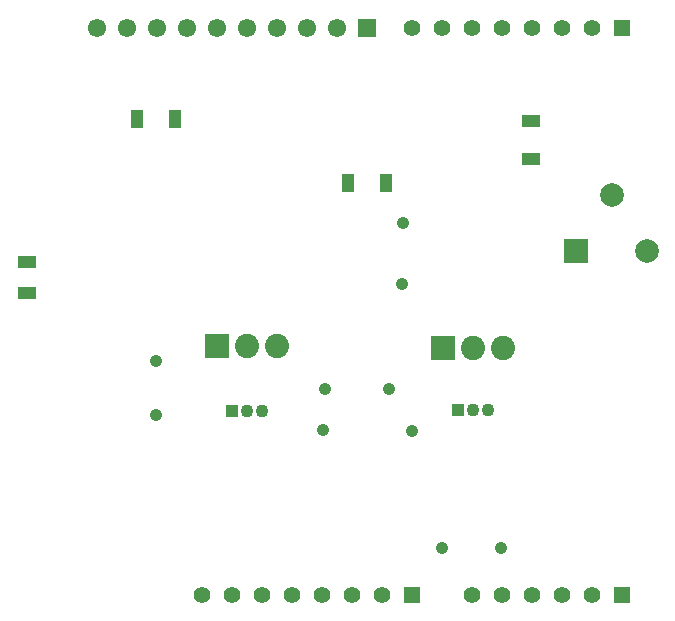
<source format=gts>
%FSLAX33Y33*%
%MOMM*%
%AMRect-W2049999-H2049999-RO1.500*
21,1,2.049999,2.049999,0.,0.,90*%
%AMRect-W1000000-H1500000-RO0.500*
21,1,1.,1.5,0.,0.,270*%
%AMRect-W1000000-H1500000-RO1.000*
21,1,1.,1.5,0.,0.,180*%
%AMRect-W1550000-H1550000-RO1.000*
21,1,1.55,1.55,0.,0.,180*%
%AMRect-W1100000-H1100000-RO0.500*
21,1,1.1,1.1,0.,0.,270*%
%AMRect-W1400000-H1400000-RO0.500*
21,1,1.4,1.4,0.,0.,270*%
%AMRect-W2000000-H2000000-RO1.500*
21,1,2.,2.,0.,0.,90*%
%AMRR-H2000000-W2000000-R1000000-RO1.500*
1,1,2.,-0.,-0.*
1,1,2.,-0.,0.*
1,1,2.,0.,0.*
1,1,2.,0.,-0.*%
%AMRect-W1390000-H1390000-RO0.500*
21,1,1.39,1.39,0.,0.,270*%
%ADD10C,1.0668*%
%ADD11C,2.049999*%
%ADD12Rect-W2049999-H2049999-RO1.500*%
%ADD13Rect-W1000000-H1500000-RO0.500*%
%ADD14Rect-W1000000-H1500000-RO1.000*%
%ADD15C,1.55*%
%ADD16Rect-W1550000-H1550000-RO1.000*%
%ADD17C,1.1*%
%ADD18Rect-W1100000-H1100000-RO0.500*%
%ADD19C,1.4*%
%ADD20Rect-W1400000-H1400000-RO0.500*%
%ADD21Rect-W2000000-H2000000-RO1.500*%
%ADD22RR-H2000000-W2000000-R1000000-RO1.500*%
%ADD23C,1.39*%
%ADD24Rect-W1390000-H1390000-RO0.500*%
D10*
%LNtop solder mask_traces*%
G01*
X52194Y6530D03*
X37163Y16507D03*
X44714Y16464D03*
X37297Y20030D03*
X23028Y22405D03*
X42738Y20005D03*
X37297Y19964D03*
X47272Y6530D03*
X43932Y34026D03*
X43823Y28862D03*
X23010Y17788D03*
%LNtop solder mask component f256e903b1b0075b*%
D11*
X30704Y23660D03*
X33244Y23660D03*
D12*
X28164Y23660D03*
%LNtop solder mask component 88cb6c97ee84a3ef*%
D13*
X12073Y30746D03*
X12073Y28146D03*
%LNtop solder mask component 0992c2fab679028b*%
D14*
X24625Y42860D03*
X21425Y42860D03*
%LNtop solder mask component 5fbc6d91d4a5c07b*%
D13*
X54742Y42654D03*
X54742Y39454D03*
%LNtop solder mask component ec26137bd2f37d22*%
D15*
X38329Y50559D03*
X35789Y50559D03*
X33249Y50559D03*
X30709Y50559D03*
X28169Y50559D03*
X25629Y50559D03*
X23089Y50559D03*
X20549Y50559D03*
X18009Y50559D03*
D16*
X40869Y50559D03*
%LNtop solder mask component 0f3c5feef51aa351*%
D17*
X32012Y18162D03*
X30742Y18162D03*
D18*
X29472Y18162D03*
%LNtop solder mask component 623c2cde8dd2ec66*%
D19*
X59948Y2596D03*
X57408Y2596D03*
X54868Y2596D03*
X52328Y2596D03*
X49788Y2596D03*
D20*
X62488Y2596D03*
%LNtop solder mask component 40c21c38a6e81b0a*%
D21*
X58599Y31692D03*
D22*
X64599Y31692D03*
X61599Y36392D03*
%LNtop solder mask component 25fcb071ea781e2f*%
D14*
X42491Y37452D03*
X39291Y37452D03*
%LNtop solder mask component 5c777b7311229c55*%
D23*
X42146Y2596D03*
X39606Y2596D03*
X37066Y2596D03*
X34526Y2596D03*
X31986Y2596D03*
X29446Y2596D03*
X26906Y2596D03*
D24*
X44686Y2596D03*
%LNtop solder mask component 603dce8ef9af0ef7*%
D23*
X59950Y50550D03*
X57410Y50550D03*
X54870Y50550D03*
X52330Y50550D03*
X49790Y50550D03*
X47250Y50550D03*
X44710Y50550D03*
D24*
X62490Y50550D03*
%LNtop solder mask component 697265a9e9480490*%
D11*
X49855Y23497D03*
X52395Y23497D03*
D12*
X47315Y23497D03*
%LNtop solder mask component fcda6793b77e14ab*%
D17*
X51156Y18241D03*
X49886Y18241D03*
D18*
X48616Y18241D03*
M02*
</source>
